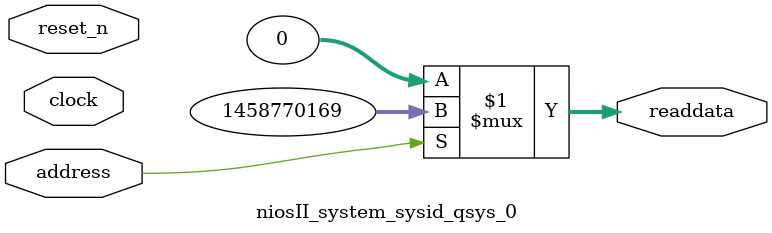
<source format=v>

`timescale 1ns / 1ps
// synthesis translate_on

// turn off superfluous verilog processor warnings 
// altera message_level Level1 
// altera message_off 10034 10035 10036 10037 10230 10240 10030 

module niosII_system_sysid_qsys_0 (
               // inputs:
                address,
                clock,
                reset_n,

               // outputs:
                readdata
             )
;

  output  [ 31: 0] readdata;
  input            address;
  input            clock;
  input            reset_n;

  wire    [ 31: 0] readdata;
  //control_slave, which is an e_avalon_slave
  assign readdata = address ? 1458770169 : 0;

endmodule




</source>
